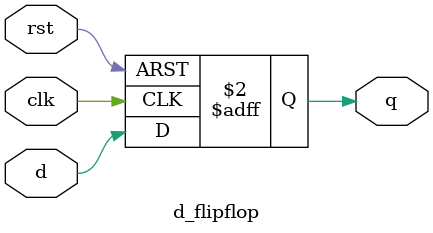
<source format=v>
module d_flipflop(
  input clk,rst,d,
  output reg q);
  always@(posedge clk or posedge rst)begin
    if(rst)begin
      q<=0;
    end else begin
      q<=d;
    end
  end
endmodule

</source>
